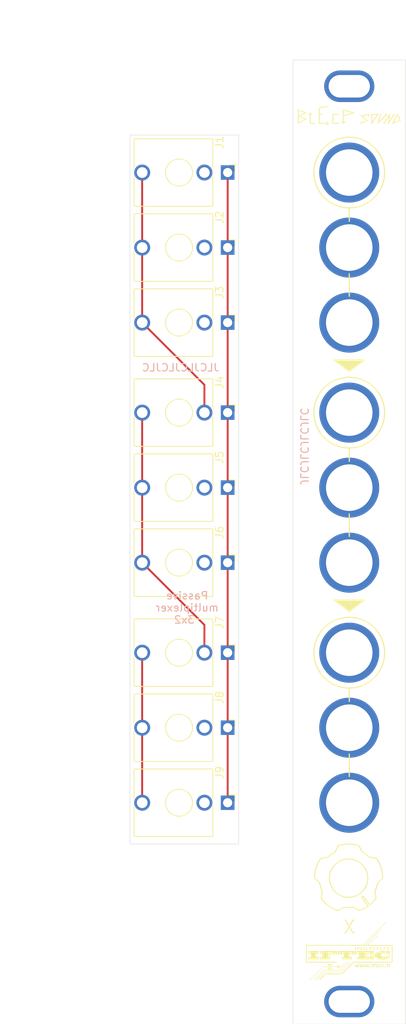
<source format=kicad_pcb>
(kicad_pcb (version 20221018) (generator pcbnew)
  (layers (0 "F.Cu" signal) (31 "B.Cu" signal) (34 "B.Paste" user) (35 "F.Paste" user) (36 "B.SilkS" user "B.Silkscreen") (37 "F.SilkS" user "F.Silkscreen") (38 "B.Mask" user) (39 "F.Mask" user) (44 "Edge.Cuts" user))
  (net 0 "")
  (net 2 "GND")
  (net 5 "Net-(J4-PadT)")
  (net 8 "Net-(J7-PadT)")
  (net 11 "Net-(J1-PadT)")
  (footprint "Kicad-perso:Thonkiconn" (layer "F.Cu") (at 65.78 94 -90)
    (fp_text reference "J6" (at -4.03 1.08 90) (layer "F.SilkS"))
    (fp_text value "Out2")
    (pad "S" thru_hole rect (at 0 0 90) (size 1.93 1.83) (drill 1.22) (layers "*.Cu" "*.Mask") (net 2 "GND"))
    (pad "T" thru_hole circle (at 0 11.4 90) (size 2.13 2.13) (drill 1.43) (layers "*.Cu" "*.Mask") (net 5 "Net-(J4-PadT)"))
    (pad "TN" thru_hole circle (at 0 3.1 90) (size 2.13 2.13) (drill 1.42) (layers "*.Cu" "*.Mask"))
  )
  (footprint "Kicad-perso:Thonkiconn" (layer "F.Cu") (at 65.78 74 -90)
    (fp_text reference "J4" (at -4.03 1.08 90) (layer "F.SilkS"))
    (fp_text value "In2")
    (pad "S" thru_hole rect (at 0 0 90) (size 1.93 1.83) (drill 1.22) (layers "*.Cu" "*.Mask") (net 2 "GND"))
    (pad "T" thru_hole circle (at 0 11.4 90) (size 2.13 2.13) (drill 1.43) (layers "*.Cu" "*.Mask") (net 5 "Net-(J4-PadT)"))
    (pad "TN" thru_hole circle (at 0 3.1 90) (size 2.13 2.13) (drill 1.42) (layers "*.Cu" "*.Mask") (net 11 "Net-(J1-PadT)"))
  )
  (footprint "Kicad-perso:Thonkiconn" (layer "F.Cu") (at 65.78 126 -90)
    (fp_text reference "J9" (at -4.03 1.08 90) (layer "F.SilkS"))
    (fp_text value "Out3")
    (pad "S" thru_hole rect (at 0 0 90) (size 1.93 1.83) (drill 1.22) (layers "*.Cu" "*.Mask") (net 2 "GND"))
    (pad "T" thru_hole circle (at 0 11.4 90) (size 2.13 2.13) (drill 1.43) (layers "*.Cu" "*.Mask") (net 8 "Net-(J7-PadT)"))
    (pad "TN" thru_hole circle (at 0 3.1 90) (size 2.13 2.13) (drill 1.42) (layers "*.Cu" "*.Mask"))
  )
  (footprint "Kicad-perso:Thonkiconn" (layer "F.Cu") (at 65.78 84 -90)
    (fp_text reference "J5" (at -4.03 1.08 90) (layer "F.SilkS"))
    (fp_text value "Out2")
    (pad "S" thru_hole rect (at 0 0 90) (size 1.93 1.83) (drill 1.22) (layers "*.Cu" "*.Mask") (net 2 "GND"))
    (pad "T" thru_hole circle (at 0 11.4 90) (size 2.13 2.13) (drill 1.43) (layers "*.Cu" "*.Mask") (net 5 "Net-(J4-PadT)"))
    (pad "TN" thru_hole circle (at 0 3.1 90) (size 2.13 2.13) (drill 1.42) (layers "*.Cu" "*.Mask"))
  )
  (footprint "LOGO" (layer "F.Cu") (at 82 136)
    (fp_text reference "G***" hide)
    (fp_text value "LOGO" hide)
  )
  (footprint "Kicad-perso:Thonkiconn" (layer "F.Cu") (at 65.78 106 -90)
    (fp_text reference "J7" (at -4.03 1.08 90) (layer "F.SilkS"))
    (fp_text value "In3")
    (pad "S" thru_hole rect (at 0 0 90) (size 1.93 1.83) (drill 1.22) (layers "*.Cu" "*.Mask") (net 2 "GND"))
    (pad "T" thru_hole circle (at 0 11.4 90) (size 2.13 2.13) (drill 1.43) (layers "*.Cu" "*.Mask") (net 8 "Net-(J7-PadT)"))
    (pad "TN" thru_hole circle (at 0 3.1 90) (size 2.13 2.13) (drill 1.42) (layers "*.Cu" "*.Mask") (net 5 "Net-(J4-PadT)"))
  )
  (footprint "Kicad-perso:Thonkiconn" (layer "F.Cu") (at 65.78 62 -90)
    (fp_text reference "J3" (at -4.03 1.08 90) (layer "F.SilkS"))
    (fp_text value "Out1")
    (pad "S" thru_hole rect (at 0 0 90) (size 1.93 1.83) (drill 1.22) (layers "*.Cu" "*.Mask") (net 2 "GND"))
    (pad "T" thru_hole circle (at 0 11.4 90) (size 2.13 2.13) (drill 1.43) (layers "*.Cu" "*.Mask") (net 11 "Net-(J1-PadT)"))
    (pad "TN" thru_hole circle (at 0 3.1 90) (size 2.13 2.13) (drill 1.42) (layers "*.Cu" "*.Mask"))
  )
  (footprint "Synth:Doepfer Mounting hole" (layer "F.Cu") (at 82 30.5)
    (fp_text reference "H2" hide)
    (fp_text value "MountingHole")
    (pad "1" thru_hole oval (at 0 0) (size 6.7 4.2) (drill oval 5.5 3) (layers "*.Cu" "*.Mask"))
  )
  (footprint "LOGO" (layer "F.Cu") (at 82 145.75)
    (fp_text reference "G***" hide)
    (fp_text value "LOGO" hide)
  )
  (footprint "Kicad-perso:Thonkiconn" (layer "F.Cu") (at 65.78 42 -90)
    (fp_text reference "J1" (at -4.03 1.08 90) (layer "F.SilkS"))
    (fp_text value "In1")
    (pad "S" thru_hole rect (at 0 0 90) (size 1.93 1.83) (drill 1.22) (layers "*.Cu" "*.Mask") (net 2 "GND"))
    (pad "T" thru_hole circle (at 0 11.4 90) (size 2.13 2.13) (drill 1.43) (layers "*.Cu" "*.Mask") (net 11 "Net-(J1-PadT)"))
    (pad "TN" thru_hole circle (at 0 3.1 90) (size 2.13 2.13) (drill 1.42) (layers "*.Cu" "*.Mask"))
  )
  (footprint "Kicad-perso:Thonkiconn" (layer "F.Cu") (at 65.78 116 -90)
    (fp_text reference "J8" (at -4.03 1.08 90) (layer "F.SilkS"))
    (fp_text value "Out3")
    (pad "S" thru_hole rect (at 0 0 90) (size 1.93 1.83) (drill 1.22) (layers "*.Cu" "*.Mask") (net 2 "GND"))
    (pad "T" thru_hole circle (at 0 11.4 90) (size 2.13 2.13) (drill 1.43) (layers "*.Cu" "*.Mask") (net 8 "Net-(J7-PadT)"))
    (pad "TN" thru_hole circle (at 0 3.1 90) (size 2.13 2.13) (drill 1.42) (layers "*.Cu" "*.Mask"))
  )
  (footprint "Kicad-perso:Thonkiconn" (layer "F.Cu") (at 65.78 52 -90)
    (fp_text reference "J2" (at -4.03 1.08 90) (layer "F.SilkS"))
    (fp_text value "Out1")
    (pad "S" thru_hole rect (at 0 0 90) (size 1.93 1.83) (drill 1.22) (layers "*.Cu" "*.Mask") (net 2 "GND"))
    (pad "T" thru_hole circle (at 0 11.4 90) (size 2.13 2.13) (drill 1.43) (layers "*.Cu" "*.Mask") (net 11 "Net-(J1-PadT)"))
    (pad "TN" thru_hole circle (at 0 3.1 90) (size 2.13 2.13) (drill 1.42) (layers "*.Cu" "*.Mask"))
  )
  (footprint "Synth:Doepfer Mounting hole" (layer "F.Cu") (at 82 152.5)
    (fp_text reference "H1" hide)
    (fp_text value "MountingHole")
    (pad "1" thru_hole oval (at 0 0) (size 6.7 4.2) (drill oval 5.5 3) (layers "*.Cu" "*.Mask"))
  )
  (gr_circle (center 82 74) (end 84.5 78) (stroke (width 0.15)) (fill none) (layer "F.SilkS"))
  (gr_line (start 76.8 34.05) (end 76.8 35.45) (stroke (width 0.12)) (layer "F.SilkS"))
  (gr_line (start 76.8 34.05) (end 76.6 34.25) (stroke (width 0.12)) (layer "F.SilkS"))
  (gr_line (start 76.8 34.05) (end 77 34.25) (stroke (width 0.12)) (layer "F.SilkS"))
  (gr_line (start 75.2 35.45) (end 76.2 34.85) (stroke (width 0.12)) (layer "F.SilkS"))
  (gr_line (start 82 119.5) (end 82 122.5) (stroke (width 0.15)) (layer "F.SilkS"))
  (gr_line (start 79.2 35.45) (end 79 35.65) (stroke (width 0.12)) (layer "F.SilkS"))
  (gr_poly (pts (xy 82 68.5) (xy 80 67) (xy 84 67)) (stroke (width 0.15)) (fill solid) (layer "F.SilkS"))
  (gr_line (start 79.8 34.25) (end 79.8 35.45) (stroke (width 0.12)) (layer "F.SilkS"))
  (gr_line (start 86.2 34.25) (end 86 34.25) (stroke (width 0.12)) (layer "F.SilkS"))
  (gr_line (start 79.8 34.85) (end 80 34.85) (stroke (width 0.12)) (layer "F.SilkS"))
  (gr_line (start 87.4 34.25) (end 87.2 35.45) (stroke (width 0.12)) (layer "F.SilkS"))
  (gr_line (start 79.8 34.25) (end 80.6 34.25) (stroke (width 0.12)) (layer "F.SilkS"))
  (gr_line (start 81.5 143.35) (end 81.3 143.35) (stroke (width 0.15)) (layer "F.SilkS"))
  (gr_line (start 88.4 34.25) (end 88.8 35.05) (stroke (width 0.12)) (layer "F.SilkS"))
  (gr_line (start 81.2 33.65) (end 82.6 34.05) (stroke (width 0.12)) (layer "F.SilkS"))
  (gr_poly (pts (xy 82 100.5) (xy 80 99) (xy 84 99)) (stroke (width 0.15)) (fill solid) (layer "F.SilkS"))
  (gr_line (start 87.4 34.25) (end 86.6 35.45) (stroke (width 0.12)) (layer "F.SilkS"))
  (gr_line (start 82 87.5) (end 82 90.5) (stroke (width 0.15)) (layer "F.SilkS"))
  (gr_circle (center 82 106) (end 84.5 110) (stroke (width 0.15)) (fill none) (layer "F.SilkS"))
  (gr_line (start 82.7 143.35) (end 82.5 143.35) (stroke (width 0.15)) (layer "F.SilkS"))
  (gr_line (start 79.2 35.45) (end 79 35.25) (stroke (width 0.12)) (layer "F.SilkS"))
  (gr_line (start 88 34.25) (end 87.8 34.25) (stroke (width 0.12)) (layer "F.SilkS"))
  (gr_line (start 84.6 34.25) (end 83.6 34.45) (stroke (width 0.12)) (layer "F.SilkS"))
  (gr_arc (start 78 33.65) (mid 78.117157 33.367157) (end 78.4 33.25) (stroke (width 0.12)) (layer "F.SilkS"))
  (gr_line (start 82.6 34.05) (end 81.2 34.45) (stroke (width 0.12)) (layer "F.SilkS"))
  (gr_line (start 84.6 34.25) (end 84.6 34.45) (stroke (width 0.12)) (layer "F.SilkS"))
  (gr_line (start 81.2 35.45) (end 81.4 35.25) (stroke (width 0.12)) (layer "F.SilkS"))
  (gr_line (start 78 35.45) (end 79.2 35.45) (stroke (width 0.12)) (layer "F.SilkS"))
  (gr_line (start 82 78.71699) (end 82 80.5) (stroke (width 0.15)) (layer "F.SilkS"))
  (gr_line (start 88.4 34.25) (end 87.8 35.45) (stroke (width 0.12)) (layer "F.SilkS"))
  (gr_line (start 81.2 33.65) (end 81.2 35.45) (stroke (width 0.12)) (layer "F.SilkS"))
  (gr_line (start 84.4 35.05) (end 83.6 35.45) (stroke (width 0.12)) (layer "F.SilkS"))
  (gr_line (start 78 34.25) (end 78.4 34.25) (stroke (width 0.12)) (layer "F.SilkS"))
  (gr_line (start 85.8 34.25) (end 85 34.25) (stroke (width 0.12)) (layer "F.SilkS"))
  (gr_line (start 87.8 35.45) (end 88.8 35.05) (stroke (width 0.12)) (layer "F.SilkS"))
  (gr_line (start 81 35.25) (end 81.2 35.45) (stroke (width 0.12)) (layer "F.SilkS"))
  (gr_line (start 85 34.25) (end 85 35.45) (stroke (width 0.12)) (layer "F.SilkS"))
  (gr_line (start 82 55.5) (end 82 58.5) (stroke (width 0.15)) (layer "F.SilkS"))
  (gr_circle (center 82 42) (end 84.5 46) (stroke (width 0.15)) (fill none) (layer "F.SilkS"))
  (gr_line (start 87 34.25) (end 86.8 34.25) (stroke (width 0.12)) (layer "F.SilkS"))
  (gr_line (start 78 33.65) (end 78 35.45) (stroke (width 0.12)) (layer "F.SilkS"))
  (gr_line (start 82 110.71699) (end 82 112.5) (stroke (width 0.15)) (layer "F.SilkS"))
  (gr_line (start 75.2 34.45) (end 76.2 34.05) (stroke (width 0.12)) (layer "F.SilkS"))
  (gr_line (start 83.6 35.45) (end 83.6 35.25) (stroke (width 0.12)) (layer "F.SilkS"))
  (gr_line (start 85 35.45) (end 85.8 34.25) (stroke (width 0.12)) (layer "F.SilkS"))
  (gr_line (start 81.5 143.35) (end 82.5 141.65) (stroke (width 0.15)) (layer "F.SilkS"))
  (gr_line (start 85.8 35.45) (end 87 34.25) (stroke (width 0.12)) (layer "F.SilkS"))
  (gr_line (start 75.2 33.65) (end 75.2 35.45) (stroke (width 0.12)) (layer "F.SilkS"))
  (gr_line (start 76.8 35.45) (end 77.4 35.45) (stroke (width 0.12)) (layer "F.SilkS"))
  (gr_line (start 82.7 141.65) (end 82.5 141.65) (stroke (width 0.15)) (layer "F.SilkS"))
  (gr_line (start 86.6 35.45) (end 86.8 35.45) (stroke (width 0.12)) (layer "F.SilkS"))
  (gr_line (start 79.8 35.45) (end 80.6 35.45) (stroke (width 0.12)) (layer "F.SilkS"))
  (gr_line (start 81.5 141.65) (end 81.3 141.65) (stroke (width 0.15)) (layer "F.SilkS"))
  (gr_line (start 83.6 34.45) (end 84.4 35.05) (stroke (width 0.12)) (layer "F.SilkS"))
  (gr_line (start 86.2 34.25) (end 85.8 35.45) (stroke (width 0.12)) (layer "F.SilkS"))
  (gr_line (start 87.2 35.45) (end 88 34.25) (stroke (width 0.12)) (layer "F.SilkS"))
  (gr_line (start 82 46.71699) (end 82 48.5) (stroke (width 0.15)) (layer "F.SilkS"))
  (gr_line (start 81.2 35.45) (end 81.2 35.25) (stroke (width 0.12)) (layer "F.SilkS"))
  (gr_line (start 81.5 141.65) (end 82.5 143.35) (stroke (width 0.15)) (layer "F.SilkS"))
  (gr_line (start 78.4 33.25) (end 79.2 33.25) (stroke (width 0.12)) (layer "F.SilkS"))
  (gr_line (start 76.2 34.05) (end 75.2 33.65) (stroke (width 0.12)) (layer "F.SilkS"))
  (gr_line (start 76.2 34.85) (end 75.2 34.45) (stroke (width 0.12)) (layer "F.SilkS"))
  (gr_line (start 52.75 37) (end 67.25 37) (stroke (width 0.05)) (layer "Edge.Cuts"))
  (gr_line (start 89.5 155.5) (end 74.5 155.5) (stroke (width 0.05)) (layer "Edge.Cuts"))
  (gr_line (start 67.25 37) (end 67.25 131.5) (stroke (width 0.05)) (layer "Edge.Cuts"))
  (gr_line (start 74.5 27) (end 74.5 155.5) (stroke (width 0.05)) (layer "Edge.Cuts"))
  (gr_line (start 89.5 27) (end 89.5 155.5) (stroke (width 0.05)) (layer "Edge.Cuts"))
  (gr_line (start 74.5 27) (end 89.5 27) (stroke (width 0.05)) (layer "Edge.Cuts"))
  (gr_line (start 52.75 131.5) (end 67.25 131.5) (stroke (width 0.05)) (layer "Edge.Cuts"))
  (gr_line (start 52.75 37) (end 52.75 131.5) (stroke (width 0.05)) (layer "Edge.Cuts"))
  (gr_text "JLCJLCJLCJLC\n" (at 59.5 68) (layer "B.SilkS") (effects (font (size 1 1)) (justify mirror)))
  (gr_text "Passive \nmultiplexer \n3x2" (at 60 100) (layer "B.SilkS") (effects (font (size 1 1)) (justify mirror)))
  (gr_text "JLCJLCJLCJLC\n" (at 76 78.5 -90) (layer "B.SilkS") (effects (font (size 1 1)) (justify mirror)))
  (via (at 82 62) (size 8) (drill 6.2) (layers "F.Cu" "B.Cu") (net 0))
  (via (at 82 94) (size 8) (drill 6.2) (layers "F.Cu" "B.Cu") (net 0))
  (via (at 82 116) (size 8) (drill 6.2) (layers "F.Cu" "B.Cu") (net 0))
  (via (at 82 74) (size 8) (drill 6.2) (layers "F.Cu" "B.Cu") (net 0))
  (via (at 82 106) (size 8) (drill 6.2) (layers "F.Cu" "B.Cu") (net 0))
  (via (at 82 52) (size 8) (drill 6.2) (layers "F.Cu" "B.Cu") (net 0))
  (via (at 82 84) (size 8) (drill 6.2) (layers "F.Cu" "B.Cu") (net 0))
  (via (at 82 42) (size 8) (drill 6.2) (layers "F.Cu" "B.Cu") (net 0))
  (via (at 82 126) (size 8) (drill 6.2) (layers "F.Cu" "B.Cu") (net 0))
  (segment (start 65.78 42) (end 65.78 126) (width 0.25) (layer "F.Cu") (net 2))
  (segment (start 62.68 106) (end 62.68 102.3) (width 0.25) (layer "F.Cu") (net 5))
  (segment (start 62.68 102.3) (end 54.38 94) (width 0.25) (layer "F.Cu") (net 5))
  (segment (start 54.38 94) (end 54.38 74) (width 0.25) (layer "F.Cu") (net 5))
  (segment (start 54.38 126) (end 54.38 106) (width 0.25) (layer "F.Cu") (net 8))
  (segment (start 62.68 70.3) (end 54.38 62) (width 0.25) (layer "F.Cu") (net 11))
  (segment (start 62.68 74) (end 62.68 70.3) (width 0.25) (layer "F.Cu") (net 11))
  (segment (start 54.38 52) (end 54.38 62) (width 0.25) (layer "F.Cu") (net 11))
  (segment (start 54.38 42) (end 54.38 52) (width 0.25) (layer "F.Cu") (net 11))
)
</source>
